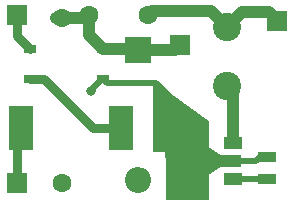
<source format=gbl>
G04 #@! TF.GenerationSoftware,KiCad,Pcbnew,5.0.0-rc1-44a33f2~62~ubuntu16.04.1*
G04 #@! TF.CreationDate,2018-03-21T06:07:44+02:00*
G04 #@! TF.ProjectId,buck_led_driver,6275636B5F6C65645F6472697665722E,rev?*
G04 #@! TF.SameCoordinates,Original*
G04 #@! TF.FileFunction,Copper,L2,Bot,Signal*
G04 #@! TF.FilePolarity,Positive*
%FSLAX46Y46*%
G04 Gerber Fmt 4.6, Leading zero omitted, Abs format (unit mm)*
G04 Created by KiCad (PCBNEW 5.0.0-rc1-44a33f2~62~ubuntu16.04.1) date Wed Mar 21 06:07:44 2018*
%MOMM*%
%LPD*%
G01*
G04 APERTURE LIST*
%ADD10R,1.700000X1.700000*%
%ADD11C,2.400000*%
%ADD12O,2.200000X2.200000*%
%ADD13R,2.200000X2.200000*%
%ADD14C,1.600000*%
%ADD15R,2.000000X3.750000*%
%ADD16R,1.500000X0.970000*%
%ADD17R,1.000000X0.800000*%
%ADD18C,0.850000*%
%ADD19C,0.100000*%
%ADD20R,1.500000X1.000000*%
%ADD21R,1.800000X1.000000*%
%ADD22R,1.840000X2.200000*%
%ADD23C,1.000000*%
%ADD24C,0.800000*%
%ADD25C,0.500000*%
%ADD26C,1.000000*%
%ADD27C,0.800000*%
G04 APERTURE END LIST*
D10*
X173250000Y-81750000D03*
X165000000Y-83750000D03*
D11*
X169000000Y-82250000D03*
X169000000Y-87250000D03*
D12*
X161400000Y-95200000D03*
D13*
X161400000Y-84200000D03*
D14*
X155000000Y-81500000D03*
X155000000Y-95500000D03*
D10*
X151200000Y-81200000D03*
X151200000Y-95500000D03*
D15*
X160005000Y-90800000D03*
X151500000Y-90800000D03*
D16*
X172400000Y-93245000D03*
X172400000Y-95155000D03*
D17*
X152325000Y-86670000D03*
X152325000Y-84130000D03*
X158475000Y-84130000D03*
X158475000Y-86670000D03*
D18*
X165333000Y-93600000D03*
D19*
G36*
X164908000Y-93100000D02*
X165758000Y-92500000D01*
X165758000Y-94700000D01*
X164908000Y-94100000D01*
X164908000Y-93100000D01*
X164908000Y-93100000D01*
G37*
D20*
X169480000Y-92100000D03*
D21*
X169333500Y-93600000D03*
D20*
X169480000Y-95100000D03*
D22*
X166666500Y-93600000D03*
D23*
X168076200Y-93600000D03*
D19*
G36*
X168576200Y-94000000D02*
X167576200Y-94700000D01*
X167576200Y-92500000D01*
X168576200Y-93200000D01*
X168576200Y-94000000D01*
X168576200Y-94000000D01*
G37*
D14*
X157250000Y-81250000D03*
X162250000Y-81250000D03*
D24*
X157480000Y-87629988D03*
X166400000Y-93600000D03*
X167000000Y-94800000D03*
X167000000Y-96000000D03*
X165800000Y-96000000D03*
X165800000Y-94800000D03*
X167800000Y-93600000D03*
D25*
X158375000Y-86670000D02*
X157475000Y-87570000D01*
X157475000Y-87624988D02*
X157480000Y-87629988D01*
X158475000Y-86670000D02*
X158375000Y-86670000D01*
X157475000Y-87570000D02*
X157475000Y-87624988D01*
X164000000Y-88000000D02*
X164000000Y-93250000D01*
X164350000Y-93600000D02*
X166666500Y-93600000D01*
X163000000Y-87000000D02*
X164000000Y-88000000D01*
X158805000Y-87000000D02*
X163000000Y-87000000D01*
X158475000Y-86670000D02*
X158805000Y-87000000D01*
X164000000Y-93250000D02*
X164350000Y-93600000D01*
D26*
X161400000Y-84200000D02*
X164550000Y-84200000D01*
X164550000Y-84200000D02*
X165000000Y-83750000D01*
X158475000Y-84130000D02*
X161330000Y-84130000D01*
X161330000Y-84130000D02*
X161400000Y-84200000D01*
X157250000Y-81250000D02*
X157250000Y-82905000D01*
X157250000Y-82905000D02*
X158475000Y-84130000D01*
X154500000Y-81500000D02*
X157000000Y-81500000D01*
X157000000Y-81500000D02*
X157250000Y-81250000D01*
D25*
X172400000Y-93245000D02*
X171755000Y-93245000D01*
X171755000Y-93245000D02*
X171400000Y-93600000D01*
X171400000Y-93600000D02*
X169333500Y-93600000D01*
X169333500Y-93600000D02*
X168076200Y-93600000D01*
X166666500Y-93600000D02*
X165333000Y-93600000D01*
X169333500Y-93600000D02*
X166666500Y-93600000D01*
X169480000Y-95100000D02*
X172345000Y-95100000D01*
X172345000Y-95100000D02*
X172400000Y-95155000D01*
D26*
X173250000Y-81750000D02*
X172500000Y-81000000D01*
X172500000Y-81000000D02*
X170250000Y-81000000D01*
X170250000Y-81000000D02*
X169000000Y-82250000D01*
X162250000Y-81250000D02*
X162600000Y-80900000D01*
X162600000Y-80900000D02*
X167650000Y-80900000D01*
X167650000Y-80900000D02*
X169000000Y-82250000D01*
D27*
X152325000Y-86670000D02*
X153472000Y-86670000D01*
X158505000Y-90800000D02*
X160005000Y-90800000D01*
X157602000Y-90800000D02*
X158505000Y-90800000D01*
X153472000Y-86670000D02*
X157602000Y-90800000D01*
X151200000Y-81200000D02*
X151200000Y-83005000D01*
X151200000Y-83005000D02*
X152325000Y-84130000D01*
D26*
X169480000Y-92100000D02*
X169480000Y-87730000D01*
X169480000Y-87730000D02*
X169000000Y-87250000D01*
D27*
X151200000Y-95500000D02*
X151200000Y-91100000D01*
X151200000Y-91100000D02*
X151500000Y-90800000D01*
D19*
G36*
X162828439Y-86938902D02*
X167350000Y-90168589D01*
X167350000Y-96775000D01*
X163825000Y-96775000D01*
X163825000Y-94011037D01*
X163826087Y-94000000D01*
X163825000Y-93988963D01*
X163825000Y-93988953D01*
X163821744Y-93955892D01*
X163808878Y-93913480D01*
X163802605Y-93901744D01*
X163803500Y-92837042D01*
X163802547Y-92827287D01*
X163799710Y-92817905D01*
X163795097Y-92809256D01*
X163788885Y-92801674D01*
X163781313Y-92795450D01*
X163772673Y-92790822D01*
X163763296Y-92787969D01*
X163753500Y-92787000D01*
X162737000Y-92787000D01*
X162737000Y-86937780D01*
X162828439Y-86938902D01*
X162828439Y-86938902D01*
G37*
X162828439Y-86938902D02*
X167350000Y-90168589D01*
X167350000Y-96775000D01*
X163825000Y-96775000D01*
X163825000Y-94011037D01*
X163826087Y-94000000D01*
X163825000Y-93988963D01*
X163825000Y-93988953D01*
X163821744Y-93955892D01*
X163808878Y-93913480D01*
X163802605Y-93901744D01*
X163803500Y-92837042D01*
X163802547Y-92827287D01*
X163799710Y-92817905D01*
X163795097Y-92809256D01*
X163788885Y-92801674D01*
X163781313Y-92795450D01*
X163772673Y-92790822D01*
X163763296Y-92787969D01*
X163753500Y-92787000D01*
X162737000Y-92787000D01*
X162737000Y-86937780D01*
X162828439Y-86938902D01*
M02*

</source>
